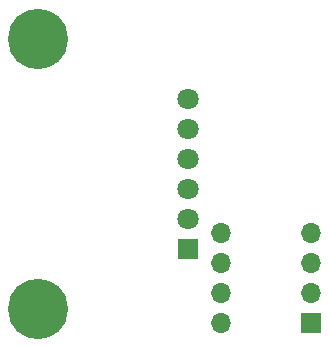
<source format=gbr>
%TF.GenerationSoftware,KiCad,Pcbnew,(5.1.6)-1*%
%TF.CreationDate,2021-08-29T15:44:04-07:00*%
%TF.ProjectId,MPX4115AP Adapter,4d505834-3131-4354-9150-204164617074,rev?*%
%TF.SameCoordinates,Original*%
%TF.FileFunction,Soldermask,Bot*%
%TF.FilePolarity,Negative*%
%FSLAX46Y46*%
G04 Gerber Fmt 4.6, Leading zero omitted, Abs format (unit mm)*
G04 Created by KiCad (PCBNEW (5.1.6)-1) date 2021-08-29 15:44:04*
%MOMM*%
%LPD*%
G01*
G04 APERTURE LIST*
%ADD10R,1.800000X1.800000*%
%ADD11C,1.800000*%
%ADD12C,5.100000*%
%ADD13O,1.700000X1.700000*%
%ADD14R,1.700000X1.700000*%
G04 APERTURE END LIST*
D10*
%TO.C,U1*%
X149860000Y-71196200D03*
D11*
X149860000Y-68656200D03*
X149860000Y-66116200D03*
X149860000Y-63576200D03*
X149860000Y-61036200D03*
X149860000Y-58496200D03*
D12*
X137160000Y-53416200D03*
X137160000Y-76276200D03*
%TD*%
D13*
%TO.C,U2*%
X152679400Y-77470000D03*
X160299400Y-69850000D03*
X152679400Y-74930000D03*
X160299400Y-72390000D03*
X152679400Y-72390000D03*
X160299400Y-74930000D03*
X152679400Y-69850000D03*
D14*
X160299400Y-77470000D03*
%TD*%
M02*

</source>
